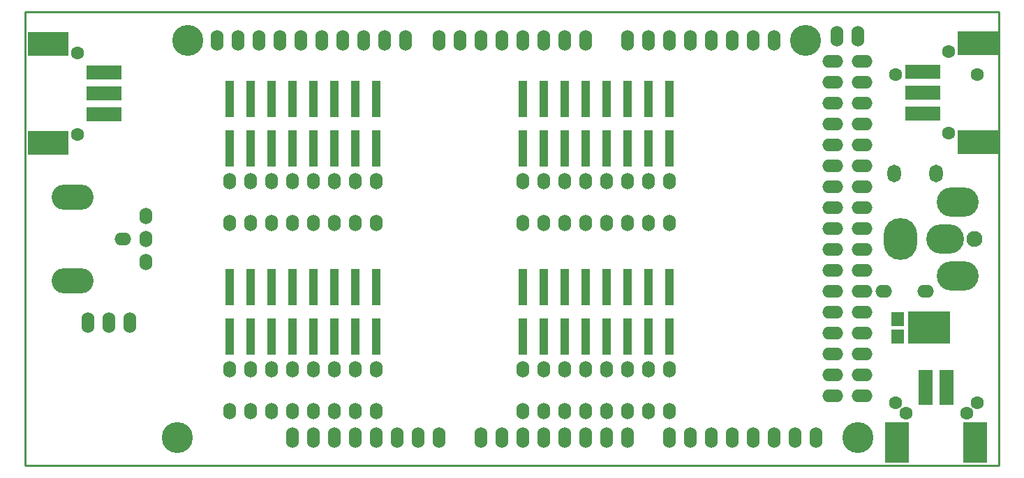
<source format=gts>
G04 #@! TF.FileFunction,Soldermask,Top*
%FSLAX46Y46*%
G04 Gerber Fmt 4.6, Leading zero omitted, Abs format (unit mm)*
G04 Created by KiCad (PCBNEW 4.1.0-alpha+201606220817+6945~45~ubuntu16.04.1-product) date Wed Jun 22 14:42:33 2016*
%MOMM*%
%LPD*%
G01*
G04 APERTURE LIST*
%ADD10C,0.100000*%
%ADD11C,0.228600*%
%ADD12O,1.524000X2.540000*%
%ADD13C,1.930400*%
%ADD14O,4.572000X3.556000*%
%ADD15O,4.064000X5.080000*%
%ADD16O,5.080000X3.556000*%
%ADD17O,5.080000X3.048000*%
%ADD18O,2.032000X1.524000*%
%ADD19O,1.524000X2.032000*%
%ADD20R,1.016000X4.495800*%
%ADD21C,3.759200*%
%ADD22O,2.540000X1.524000*%
%ADD23R,4.191000X1.778000*%
%ADD24C,1.600200*%
%ADD25R,5.029200X2.997200*%
%ADD26R,1.778000X4.191000*%
%ADD27R,2.997200X5.029200*%
%ADD28R,5.160000X4.000000*%
%ADD29R,1.640000X1.800000*%
%ADD30O,1.651000X2.159000*%
G04 APERTURE END LIST*
D10*
D11*
X211455000Y-75311000D02*
X93345000Y-75311000D01*
X211455000Y-130429000D02*
X211455000Y-75311000D01*
X93345000Y-130429000D02*
X211455000Y-130429000D01*
X93345000Y-75311000D02*
X93345000Y-130429000D01*
D12*
X103505000Y-113030000D03*
X100965000Y-113030000D03*
X106045000Y-113030000D03*
D13*
X208457800Y-102870000D03*
D14*
X204952600Y-102870000D03*
D15*
X199466200Y-102870000D03*
D16*
X206451200Y-98374200D03*
X206451200Y-107365800D03*
D17*
X99060000Y-107950000D03*
X99060000Y-97790000D03*
D18*
X105156000Y-102870000D03*
D19*
X107950000Y-102870000D03*
X107950000Y-100076000D03*
X107950000Y-105664000D03*
D20*
X171450000Y-85902800D03*
X171450000Y-91897200D03*
X168910000Y-85902800D03*
X168910000Y-91897200D03*
X166370000Y-85902800D03*
X166370000Y-91897200D03*
X163830000Y-85902800D03*
X163830000Y-91897200D03*
X161290000Y-85902800D03*
X161290000Y-91897200D03*
X158750000Y-85902800D03*
X158750000Y-91897200D03*
X156210000Y-85902800D03*
X156210000Y-91897200D03*
X153670000Y-85902800D03*
X153670000Y-91897200D03*
X135890000Y-85902800D03*
X135890000Y-91897200D03*
X133350000Y-85902800D03*
X133350000Y-91897200D03*
X130810000Y-85902800D03*
X130810000Y-91897200D03*
X128270000Y-85902800D03*
X128270000Y-91897200D03*
X125730000Y-85902800D03*
X125730000Y-91897200D03*
X123190000Y-85902800D03*
X123190000Y-91897200D03*
X120650000Y-85902800D03*
X120650000Y-91897200D03*
X118110000Y-85902800D03*
X118110000Y-91897200D03*
X171450000Y-108762800D03*
X171450000Y-114757200D03*
X168910000Y-108762800D03*
X168910000Y-114757200D03*
X166370000Y-108762800D03*
X166370000Y-114757200D03*
X163830000Y-108762800D03*
X163830000Y-114757200D03*
X161290000Y-108762800D03*
X161290000Y-114757200D03*
X158750000Y-108762800D03*
X158750000Y-114757200D03*
X156210000Y-108762800D03*
X156210000Y-114757200D03*
X153670000Y-108762800D03*
X153670000Y-114757200D03*
X135890000Y-108762800D03*
X135890000Y-114757200D03*
X133350000Y-108762800D03*
X133350000Y-114757200D03*
X130810000Y-108762800D03*
X130810000Y-114757200D03*
X128270000Y-108762800D03*
X128270000Y-114757200D03*
X125730000Y-108762800D03*
X125730000Y-114757200D03*
X123190000Y-108762800D03*
X123190000Y-114757200D03*
X120650000Y-108762800D03*
X120650000Y-114757200D03*
X118110000Y-108762800D03*
X118110000Y-114757200D03*
D21*
X111760000Y-127000000D03*
X113030000Y-78740000D03*
X194310000Y-127000000D03*
X187960000Y-78740000D03*
D12*
X125730000Y-127000000D03*
X128270000Y-127000000D03*
X130810000Y-127000000D03*
X133350000Y-127000000D03*
X135890000Y-127000000D03*
X138430000Y-127000000D03*
X140970000Y-127000000D03*
X143510000Y-127000000D03*
X148590000Y-127000000D03*
X151130000Y-127000000D03*
X153670000Y-127000000D03*
X156210000Y-127000000D03*
X158750000Y-127000000D03*
X161290000Y-127000000D03*
X163830000Y-127000000D03*
X166370000Y-127000000D03*
X171450000Y-127000000D03*
X173990000Y-127000000D03*
X176530000Y-127000000D03*
X179070000Y-127000000D03*
X181610000Y-127000000D03*
X184150000Y-127000000D03*
X186690000Y-127000000D03*
X189230000Y-127000000D03*
X116586000Y-78740000D03*
X119126000Y-78740000D03*
X121666000Y-78740000D03*
X124206000Y-78740000D03*
X126746000Y-78740000D03*
X129286000Y-78740000D03*
X131826000Y-78740000D03*
X134366000Y-78740000D03*
X136906000Y-78740000D03*
X139446000Y-78740000D03*
X143510000Y-78740000D03*
X161290000Y-78740000D03*
X158750000Y-78740000D03*
X156210000Y-78740000D03*
X153670000Y-78740000D03*
X151130000Y-78740000D03*
X148590000Y-78740000D03*
X146050000Y-78740000D03*
X166370000Y-78740000D03*
X168910000Y-78740000D03*
X171450000Y-78740000D03*
X173990000Y-78740000D03*
X176530000Y-78740000D03*
X179070000Y-78740000D03*
X181610000Y-78740000D03*
X184150000Y-78740000D03*
X191770000Y-78232000D03*
X194310000Y-78232000D03*
D22*
X191262000Y-81280000D03*
X194818000Y-81280000D03*
X191262000Y-83820000D03*
X194818000Y-83820000D03*
X191262000Y-86360000D03*
X194818000Y-86360000D03*
X191262000Y-88900000D03*
X194818000Y-88900000D03*
X191262000Y-91440000D03*
X194818000Y-91440000D03*
X191262000Y-93980000D03*
X194818000Y-93980000D03*
X191262000Y-96520000D03*
X194818000Y-96520000D03*
X191262000Y-99060000D03*
X194818000Y-99060000D03*
X191262000Y-101600000D03*
X194818000Y-101600000D03*
X191262000Y-104140000D03*
X194818000Y-104140000D03*
X191262000Y-106680000D03*
X194818000Y-106680000D03*
X191262000Y-109220000D03*
X194818000Y-109220000D03*
X191262000Y-111760000D03*
X194818000Y-111760000D03*
X191262000Y-114300000D03*
X194818000Y-114300000D03*
X191262000Y-116840000D03*
X194818000Y-116840000D03*
X191262000Y-119380000D03*
X194818000Y-119380000D03*
X191262000Y-121920000D03*
X194818000Y-121920000D03*
D23*
X102870000Y-87757000D03*
X102870000Y-85217000D03*
X102870000Y-82677000D03*
D24*
X99695000Y-90170000D03*
X99695000Y-80264000D03*
D25*
X96139000Y-91211400D03*
X96139000Y-79222600D03*
D24*
X208788000Y-82931000D03*
X198882000Y-82931000D03*
D23*
X202184000Y-82550000D03*
X202184000Y-85090000D03*
X202184000Y-87630000D03*
D24*
X205359000Y-80137000D03*
X205359000Y-90043000D03*
D25*
X208915000Y-79095600D03*
X208915000Y-91084400D03*
D24*
X198882000Y-122809000D03*
X208788000Y-122809000D03*
D26*
X205105000Y-120904000D03*
X202565000Y-120904000D03*
D24*
X207518000Y-124079000D03*
X200152000Y-124079000D03*
D27*
X208559400Y-127635000D03*
X199110600Y-127635000D03*
D28*
X202950000Y-113665000D03*
D29*
X199150000Y-114730000D03*
X199150000Y-112600000D03*
D18*
X202565000Y-109220000D03*
X197485000Y-109220000D03*
D19*
X171450000Y-100965000D03*
X171450000Y-95885000D03*
X168910000Y-100965000D03*
X168910000Y-95885000D03*
X166370000Y-100965000D03*
X166370000Y-95885000D03*
X163830000Y-100965000D03*
X163830000Y-95885000D03*
X161290000Y-100965000D03*
X161290000Y-95885000D03*
X158750000Y-100965000D03*
X158750000Y-95885000D03*
X156210000Y-100965000D03*
X156210000Y-95885000D03*
X153670000Y-100965000D03*
X153670000Y-95885000D03*
X135890000Y-100965000D03*
X135890000Y-95885000D03*
X133350000Y-100965000D03*
X133350000Y-95885000D03*
X130810000Y-100965000D03*
X130810000Y-95885000D03*
X128270000Y-100965000D03*
X128270000Y-95885000D03*
X125730000Y-100965000D03*
X125730000Y-95885000D03*
X123190000Y-100965000D03*
X123190000Y-95885000D03*
X120650000Y-100965000D03*
X120650000Y-95885000D03*
X171450000Y-123825000D03*
X171450000Y-118745000D03*
X168910000Y-123825000D03*
X168910000Y-118745000D03*
X166370000Y-123825000D03*
X166370000Y-118745000D03*
X163830000Y-123825000D03*
X163830000Y-118745000D03*
X161290000Y-123825000D03*
X161290000Y-118745000D03*
X158750000Y-123825000D03*
X158750000Y-118745000D03*
X156210000Y-123825000D03*
X156210000Y-118745000D03*
X153670000Y-123825000D03*
X153670000Y-118745000D03*
X135890000Y-123825000D03*
X135890000Y-118745000D03*
X133350000Y-123825000D03*
X133350000Y-118745000D03*
X130810000Y-123825000D03*
X130810000Y-118745000D03*
X128270000Y-123825000D03*
X128270000Y-118745000D03*
X125730000Y-123825000D03*
X125730000Y-118745000D03*
X123190000Y-123825000D03*
X123190000Y-118745000D03*
X120650000Y-123825000D03*
X120650000Y-118745000D03*
X118110000Y-123825000D03*
X118110000Y-118745000D03*
X118110000Y-100965000D03*
X118110000Y-95885000D03*
D30*
X198755000Y-94970600D03*
X203835000Y-94970600D03*
M02*

</source>
